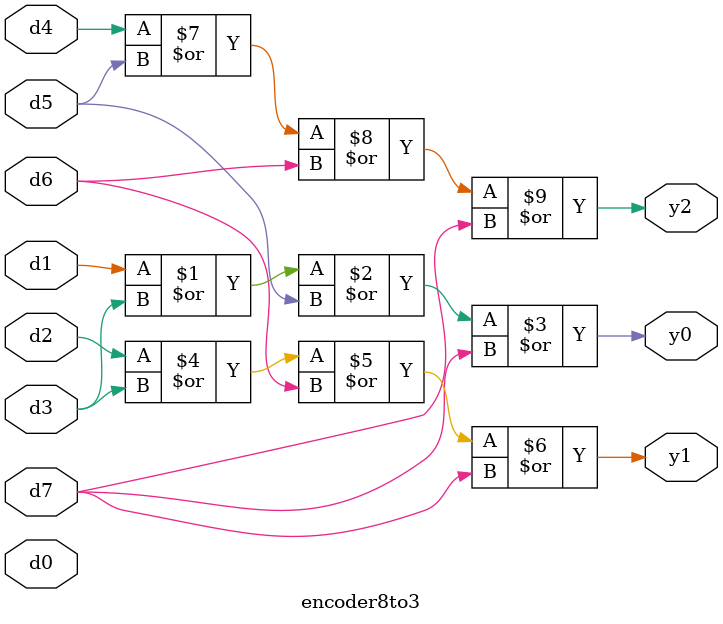
<source format=v>
 module encoder8to3(d0,d1,d2,d3,d4,d5,d6,d7,y2,y1,y0);
  input d0,d1,d2,d3,d4,d5,d6,d7;
  output y2,y1,y0;
  assign y0=d1|d3|d5|d7;
  assign y1=d2|d3|d6|d7;
  assign y2=d4|d5|d6|d7;
 endmodule 

</source>
